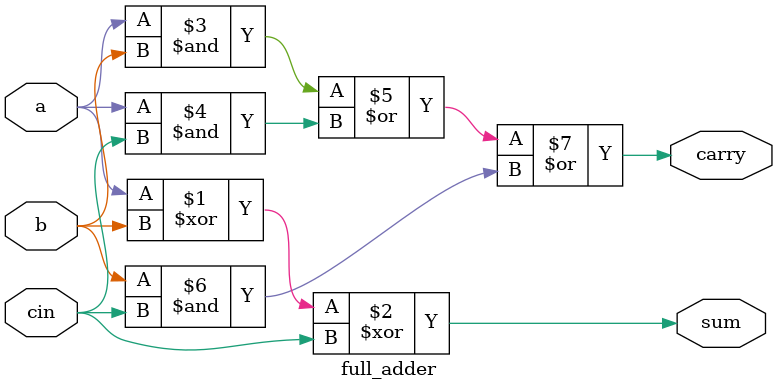
<source format=v>
`timescale 1ns / 1ps


module Adder (
  input [13:0] a,
  input [13:0] b,
  input cin,
  output [14:0] sum,
  output cout
);

  wire [13:0] carry;
  
  // carry bits for each bit position
  generate
    genvar i;
    for (i = 0; i < 14; i = i + 1) begin
      if (i == 0) begin
        
        full_adder FA(a[i], b[i], cin, sum[i], carry[i+1]);
      end else begin
        
        full_adder FA(a[i], b[i], carry[i-1], sum[i], carry[i]);
      end
    end
  endgenerate
  
  
  assign cout = carry[13];
  
endmodule

//  single full adder
module full_adder (
  input a,
  input b,
  input cin,
  output sum,
  output carry
);

  assign sum = a ^ b ^ cin;
  assign carry = (a & b) | (a & cin) | (b & cin);
  
endmodule






</source>
